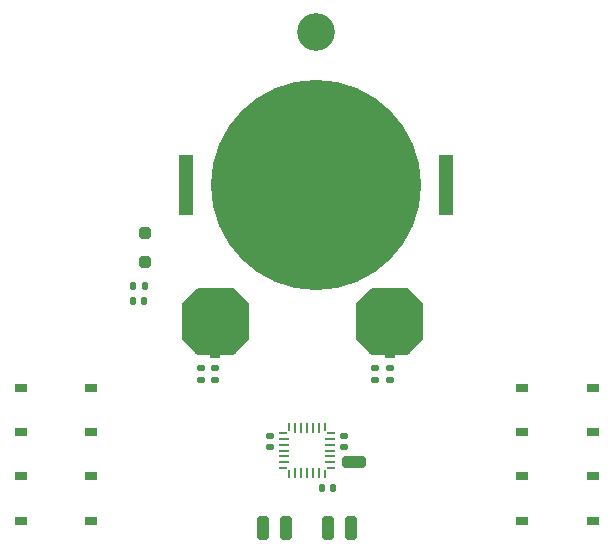
<source format=gbr>
%TF.GenerationSoftware,KiCad,Pcbnew,7.0.10*%
%TF.CreationDate,2024-01-13T02:21:11+01:00*%
%TF.ProjectId,ferris,66657272-6973-42e6-9b69-6361645f7063,rev?*%
%TF.SameCoordinates,Original*%
%TF.FileFunction,Soldermask,Top*%
%TF.FilePolarity,Negative*%
%FSLAX46Y46*%
G04 Gerber Fmt 4.6, Leading zero omitted, Abs format (unit mm)*
G04 Created by KiCad (PCBNEW 7.0.10) date 2024-01-13 02:21:11*
%MOMM*%
%LPD*%
G01*
G04 APERTURE LIST*
G04 Aperture macros list*
%AMRoundRect*
0 Rectangle with rounded corners*
0 $1 Rounding radius*
0 $2 $3 $4 $5 $6 $7 $8 $9 X,Y pos of 4 corners*
0 Add a 4 corners polygon primitive as box body*
4,1,4,$2,$3,$4,$5,$6,$7,$8,$9,$2,$3,0*
0 Add four circle primitives for the rounded corners*
1,1,$1+$1,$2,$3*
1,1,$1+$1,$4,$5*
1,1,$1+$1,$6,$7*
1,1,$1+$1,$8,$9*
0 Add four rect primitives between the rounded corners*
20,1,$1+$1,$2,$3,$4,$5,0*
20,1,$1+$1,$4,$5,$6,$7,0*
20,1,$1+$1,$6,$7,$8,$9,0*
20,1,$1+$1,$8,$9,$2,$3,0*%
%AMFreePoly0*
4,1,14,0.230680,0.111820,0.364320,-0.021821,0.377500,-0.053642,0.377500,-0.080000,0.364320,-0.111820,0.332500,-0.125000,-0.332500,-0.125000,-0.364320,-0.111820,-0.377500,-0.080000,-0.377500,0.080000,-0.364320,0.111820,-0.332500,0.125000,0.198860,0.125000,0.230680,0.111820,0.230680,0.111820,$1*%
%AMFreePoly1*
4,1,14,0.364320,0.111820,0.377500,0.080000,0.377501,0.053640,0.364318,0.021819,0.230680,-0.111820,0.198860,-0.125000,-0.332500,-0.125000,-0.364320,-0.111820,-0.377500,-0.080000,-0.377500,0.080000,-0.364320,0.111820,-0.332500,0.125000,0.332500,0.125000,0.364320,0.111820,0.364320,0.111820,$1*%
%AMFreePoly2*
4,1,15,0.053642,0.377500,0.080000,0.377500,0.111820,0.364320,0.125000,0.332500,0.125000,-0.332500,0.111820,-0.364320,0.080000,-0.377500,-0.080000,-0.377500,-0.111820,-0.364320,-0.125000,-0.332500,-0.125000,0.198860,-0.111820,0.230680,0.021820,0.364320,0.053640,0.377501,0.053642,0.377500,0.053642,0.377500,$1*%
%AMFreePoly3*
4,1,14,-0.021820,0.364320,0.111820,0.230679,0.125001,0.198860,0.125000,-0.332500,0.111820,-0.364320,0.080000,-0.377500,-0.080000,-0.377500,-0.111820,-0.364320,-0.125000,-0.332500,-0.125000,0.332500,-0.111820,0.364320,-0.080000,0.377500,-0.053640,0.377500,-0.021820,0.364320,-0.021820,0.364320,$1*%
%AMFreePoly4*
4,1,14,0.364320,0.111820,0.377500,0.080000,0.377500,-0.080000,0.364320,-0.111820,0.332500,-0.125000,-0.198860,-0.125001,-0.230680,-0.111818,-0.364320,0.021820,-0.377500,0.053640,-0.377500,0.080000,-0.364320,0.111820,-0.332500,0.125000,0.332500,0.125000,0.364320,0.111820,0.364320,0.111820,$1*%
%AMFreePoly5*
4,1,15,-0.198858,0.125000,0.332500,0.125000,0.364320,0.111820,0.377500,0.080000,0.377500,-0.080000,0.364320,-0.111820,0.332500,-0.125000,-0.332500,-0.125000,-0.364320,-0.111820,-0.377500,-0.080000,-0.377500,-0.053640,-0.364320,-0.021820,-0.230680,0.111820,-0.198860,0.125001,-0.198858,0.125000,-0.198858,0.125000,$1*%
%AMFreePoly6*
4,1,14,0.111820,0.364320,0.125000,0.332500,0.125001,-0.198860,0.111818,-0.230680,-0.021820,-0.364320,-0.053640,-0.377500,-0.080000,-0.377500,-0.111820,-0.364320,-0.125000,-0.332500,-0.125000,0.332500,-0.111820,0.364320,-0.080000,0.377500,0.080000,0.377500,0.111820,0.364320,0.111820,0.364320,$1*%
%AMFreePoly7*
4,1,14,0.111820,0.364320,0.125000,0.332500,0.125000,-0.332500,0.111820,-0.364320,0.080000,-0.377500,0.053640,-0.377501,0.021819,-0.364318,-0.111820,-0.230680,-0.125000,-0.198860,-0.125000,0.332500,-0.111820,0.364320,-0.080000,0.377500,0.080000,0.377500,0.111820,0.364320,0.111820,0.364320,$1*%
G04 Aperture macros list end*
%ADD10C,0.150000*%
%ADD11R,1.000000X0.750000*%
%ADD12RoundRect,0.140000X0.140000X0.170000X-0.140000X0.170000X-0.140000X-0.170000X0.140000X-0.170000X0*%
%ADD13RoundRect,0.140000X0.170000X-0.140000X0.170000X0.140000X-0.170000X0.140000X-0.170000X-0.140000X0*%
%ADD14RoundRect,0.250000X0.750000X-0.250000X0.750000X0.250000X-0.750000X0.250000X-0.750000X-0.250000X0*%
%ADD15C,3.200000*%
%ADD16R,0.750000X1.500000*%
%ADD17R,0.900000X0.900000*%
%ADD18RoundRect,0.135000X-0.185000X0.135000X-0.185000X-0.135000X0.185000X-0.135000X0.185000X0.135000X0*%
%ADD19RoundRect,0.250000X-0.250000X-0.750000X0.250000X-0.750000X0.250000X0.750000X-0.250000X0.750000X0*%
%ADD20RoundRect,0.250000X0.250000X0.750000X-0.250000X0.750000X-0.250000X-0.750000X0.250000X-0.750000X0*%
%ADD21RoundRect,0.250000X0.250000X-0.250000X0.250000X0.250000X-0.250000X0.250000X-0.250000X-0.250000X0*%
%ADD22FreePoly0,180.000000*%
%ADD23RoundRect,0.062500X0.375000X0.062500X-0.375000X0.062500X-0.375000X-0.062500X0.375000X-0.062500X0*%
%ADD24FreePoly1,180.000000*%
%ADD25FreePoly2,180.000000*%
%ADD26RoundRect,0.062500X0.062500X0.375000X-0.062500X0.375000X-0.062500X-0.375000X0.062500X-0.375000X0*%
%ADD27FreePoly3,180.000000*%
%ADD28FreePoly4,180.000000*%
%ADD29FreePoly5,180.000000*%
%ADD30FreePoly6,180.000000*%
%ADD31FreePoly7,180.000000*%
%ADD32C,17.800000*%
%ADD33R,1.270000X5.080000*%
G04 APERTURE END LIST*
D10*
X98500000Y-53500000D02*
X98500000Y-56500000D01*
X97250000Y-57750000D01*
X94250000Y-57750000D01*
X93000000Y-56500000D01*
X93000000Y-53500000D01*
X94250000Y-52250000D01*
X97250000Y-52250000D01*
X98500000Y-53500000D01*
G36*
X98500000Y-53500000D02*
G01*
X98500000Y-56500000D01*
X97250000Y-57750000D01*
X94250000Y-57750000D01*
X93000000Y-56500000D01*
X93000000Y-53500000D01*
X94250000Y-52250000D01*
X97250000Y-52250000D01*
X98500000Y-53500000D01*
G37*
X83750000Y-53500000D02*
X83750000Y-56500000D01*
X82500000Y-57750000D01*
X79500000Y-57750000D01*
X78250000Y-56500000D01*
X78250000Y-53500000D01*
X79500000Y-52250000D01*
X82500000Y-52250000D01*
X83750000Y-53500000D01*
G36*
X83750000Y-53500000D02*
G01*
X83750000Y-56500000D01*
X82500000Y-57750000D01*
X79500000Y-57750000D01*
X78250000Y-56500000D01*
X78250000Y-53500000D01*
X79500000Y-52250000D01*
X82500000Y-52250000D01*
X83750000Y-53500000D01*
G37*
D11*
%TO.C,SW4*%
X107000000Y-68125000D03*
X113000000Y-68125000D03*
X107000000Y-71875000D03*
X113000000Y-71875000D03*
%TD*%
%TO.C,SW3*%
X107000000Y-60625000D03*
X113000000Y-60625000D03*
X107000000Y-64375000D03*
X113000000Y-64375000D03*
%TD*%
D12*
%TO.C,C1*%
X74020000Y-53250000D03*
X74980000Y-53250000D03*
%TD*%
%TO.C,C7*%
X90980000Y-69100000D03*
X90020000Y-69100000D03*
%TD*%
D13*
%TO.C,C6*%
X91900000Y-65680000D03*
X91900000Y-64720000D03*
%TD*%
%TO.C,C5*%
X85600000Y-65680000D03*
X85600000Y-64720000D03*
%TD*%
D14*
%TO.C,J1*%
X92700000Y-66900000D03*
%TD*%
D15*
%TO.C,REF\u002A\u002A*%
X89500000Y-30500000D03*
%TD*%
D16*
%TO.C,D1*%
X94375000Y-57000000D03*
D17*
X95750000Y-57650000D03*
D16*
X97125000Y-57000000D03*
%TD*%
D18*
%TO.C,R1*%
X94500000Y-58990000D03*
X94500000Y-60010000D03*
%TD*%
D19*
%TO.C,H3*%
X87000000Y-72500000D03*
%TD*%
D20*
%TO.C,H1*%
X90500000Y-72500000D03*
%TD*%
D19*
%TO.C,H2*%
X85000000Y-72500000D03*
%TD*%
D18*
%TO.C,R4*%
X81000000Y-58990000D03*
X81000000Y-60010000D03*
%TD*%
%TO.C,R2*%
X95750000Y-58990000D03*
X95750000Y-60010000D03*
%TD*%
D21*
%TO.C,D3*%
X75000000Y-50000000D03*
X75000000Y-47500000D03*
%TD*%
D20*
%TO.C,H4*%
X92500000Y-72500000D03*
%TD*%
D18*
%TO.C,R3*%
X79750000Y-58990000D03*
X79750000Y-60010000D03*
%TD*%
D16*
%TO.C,D2*%
X79625000Y-57000000D03*
D17*
X81000000Y-57650000D03*
D16*
X82375000Y-57000000D03*
%TD*%
D11*
%TO.C,SW1*%
X64500000Y-60625000D03*
X70500000Y-60625000D03*
X64500000Y-64375000D03*
X70500000Y-64375000D03*
%TD*%
D12*
%TO.C,C4*%
X75000000Y-52000000D03*
X74040000Y-52000000D03*
%TD*%
D11*
%TO.C,SW2*%
X64500000Y-68125000D03*
X70500000Y-68125000D03*
X64500000Y-71875000D03*
X70500000Y-71875000D03*
%TD*%
D22*
%TO.C,U1*%
X90747500Y-67437500D03*
D23*
X90687500Y-66937500D03*
X90687500Y-66437500D03*
X90687500Y-65937500D03*
X90687500Y-65437500D03*
X90687500Y-64937500D03*
D24*
X90747500Y-64437500D03*
D25*
X90250000Y-63940000D03*
D26*
X89750000Y-64000000D03*
X89250000Y-64000000D03*
X88750000Y-64000000D03*
X88250000Y-64000000D03*
X87750000Y-64000000D03*
D27*
X87250000Y-63940000D03*
D28*
X86752500Y-64437500D03*
D23*
X86812500Y-64937500D03*
X86812500Y-65437500D03*
X86812500Y-65937500D03*
X86812500Y-66437500D03*
X86812500Y-66937500D03*
D29*
X86752500Y-67437500D03*
D30*
X87250000Y-67935000D03*
D26*
X87750000Y-67875000D03*
X88250000Y-67875000D03*
X88750000Y-67875000D03*
X89250000Y-67875000D03*
X89750000Y-67875000D03*
D31*
X90250000Y-67935000D03*
%TD*%
D32*
%TO.C,BT1*%
X89500000Y-43500000D03*
D33*
X78515000Y-43500000D03*
X100485000Y-43500000D03*
%TD*%
M02*

</source>
